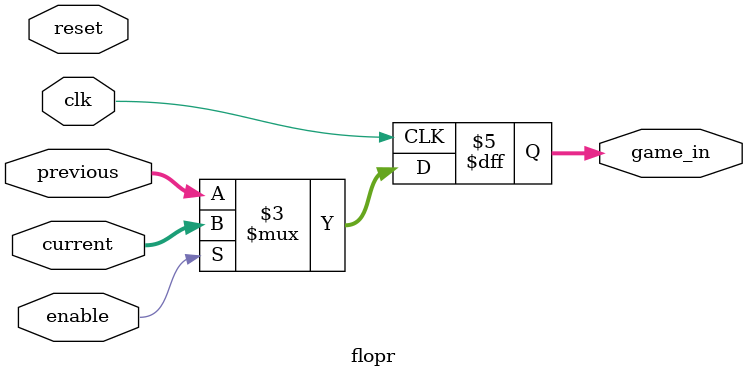
<source format=sv>

`timescale 1ns / 1ps
module flopr #(parameter WIDTH = 8) (
            input  logic             clk,
            input  logic             reset, enable,
            input  logic [WIDTH-1:0] previous, current,
            output logic [WIDTH-1:0] game_in);

  // asynchronous reset (similar to HDL Example 4.19)
  always_ff @(posedge clk)
     if (enable) game_in <= current;
     else        game_in <= previous;
endmodule
</source>
